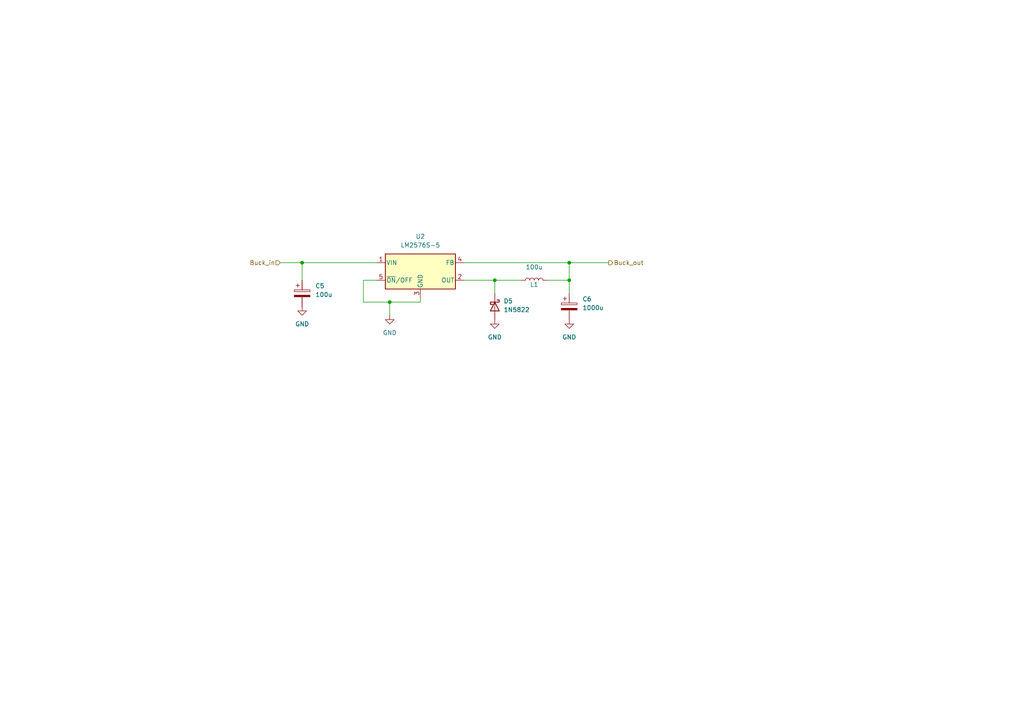
<source format=kicad_sch>
(kicad_sch (version 20211123) (generator eeschema)
  (paper "A4")
  (lib_symbols
    (symbol "Device:C_Polarized" (pin_numbers hide) (pin_names (offset 0.254))
      (property "Reference" "C" (at 0.635 2.54 0))
      (property "Value" "C_Polarized" (at 0.635 -2.54 0))
      (symbol "C_Polarized_0_1"
        (rectangle (start -2.286 0.508) (end 2.286 1.016))
        (polyline (pts (xy -1.778 2.286) (xy -0.762 2.286)))
        (polyline (pts (xy -1.27 2.794) (xy -1.27 1.778)))
        (rectangle (start 2.286 -0.508) (end -2.286 -1.016) (fill (type outline)))
      )
      (symbol "C_Polarized_1_1"
        (pin passive line (at 0 3.81 270) (length 2.794) (name "~") (number "1"))
        (pin passive line (at 0 -3.81 90) (length 2.794) (name "~") (number "2"))
      )
    )
    (symbol "Device:L" (pin_numbers hide) (pin_names (offset 1.016) hide)
      (property "Reference" "L" (at -1.27 0 90))
      (property "Value" "L" (at 1.905 0 90))
      (symbol "L_0_1"
        (arc (start 0 -2.54) (mid 0.635 -1.905) (end 0 -1.27))
        (arc (start 0 -1.27) (mid 0.635 -0.635) (end 0 0))
        (arc (start 0 0) (mid 0.635 0.635) (end 0 1.27))
        (arc (start 0 1.27) (mid 0.635 1.905) (end 0 2.54))
      )
      (symbol "L_1_1"
        (pin passive line (at 0 3.81 270) (length 1.27) (name "1") (number "1"))
        (pin passive line (at 0 -3.81 90) (length 1.27) (name "2") (number "2"))
      )
    )
    (symbol "Diode:1N5822" (pin_numbers hide) (pin_names (offset 1.016) hide)
      (property "Reference" "D" (at 0 2.54 0))
      (property "Value" "1N5822" (at 0 -2.54 0))
      (symbol "1N5822_0_1"
        (polyline (pts (xy 1.27 0) (xy -1.27 0)))
        (polyline (pts (xy 1.27 1.27) (xy 1.27 -1.27) (xy -1.27 0) (xy 1.27 1.27)) (stroke (width 0.254)))
        (polyline (pts (xy -1.905 0.635) (xy -1.905 1.27) (xy -1.27 1.27) (xy -1.27 -1.27) (xy -0.635 -1.27) (xy -0.635 -0.635)) (stroke (width 0.254)))
      )
      (symbol "1N5822_1_1"
        (pin passive line (at -3.81 0 0) (length 2.54) (name "K") (number "1"))
        (pin passive line (at 3.81 0 180) (length 2.54) (name "A") (number "2"))
      )
    )
    (symbol "Regulator_Switching:LM2576S-5" (pin_names (offset 0.254))
      (property "Reference" "U" (at -10.16 6.35 0))
      (property "Value" "LM2576S-5" (at 0 6.35 0))
      (symbol "LM2576S-5_0_1"
        (rectangle (start -10.16 5.08) (end 10.16 -5.08) (stroke (width 0.254)) (fill (type background)))
      )
      (symbol "LM2576S-5_1_1"
        (pin power_in line (at -12.7 2.54 0) (length 2.54) (name "VIN") (number "1"))
        (pin output line (at 12.7 -2.54 180) (length 2.54) (name "OUT") (number "2"))
        (pin power_in line (at 0 -7.62 90) (length 2.54) (name "GND") (number "3"))
        (pin input line (at 12.7 2.54 180) (length 2.54) (name "FB") (number "4"))
        (pin input line (at -12.7 -2.54 0) (length 2.54) (name "~{ON}/OFF") (number "5"))
      )
    )
    (symbol "power:GND" (power) (pin_names (offset 0))
      (property "Value" "GND" (at 0 -3.81 0))
      (symbol "GND_0_1"
        (polyline (pts (xy 0 0) (xy 0 -1.27) (xy 1.27 -1.27) (xy 0 -2.54) (xy -1.27 -1.27) (xy 0 -1.27)))
      )
      (symbol "GND_1_1"
        (pin power_in line (at 0 0 270) (length 0) hide (name "GND") (number "1"))
      )
    )
  )
  (junction (at 165.1 76.2))
  (junction (at 165.1 81.28))
  (junction (at 113.03 87.63))
  (junction (at 87.63 76.2))
  (junction (at 143.51 81.28))
  (wire (pts (xy 109.22 81.28) (xy 105.41 81.28)))
  (wire (pts (xy 134.62 76.2) (xy 165.1 76.2)))
  (wire (pts (xy 121.92 87.63) (xy 121.92 86.36)))
  (wire (pts (xy 143.51 81.28) (xy 151.13 81.28)))
  (wire (pts (xy 87.63 81.28) (xy 87.63 76.2)))
  (wire (pts (xy 105.41 81.28) (xy 105.41 87.63)))
  (wire (pts (xy 113.03 87.63) (xy 113.03 91.44)))
  (wire (pts (xy 87.63 76.2) (xy 109.22 76.2)))
  (wire (pts (xy 143.51 81.28) (xy 143.51 85.09)))
  (wire (pts (xy 165.1 76.2) (xy 165.1 81.28)))
  (wire (pts (xy 165.1 81.28) (xy 165.1 85.09)))
  (wire (pts (xy 105.41 87.63) (xy 113.03 87.63)))
  (wire (pts (xy 165.1 81.28) (xy 158.75 81.28)))
  (wire (pts (xy 81.28 76.2) (xy 87.63 76.2)))
  (wire (pts (xy 134.62 81.28) (xy 143.51 81.28)))
  (wire (pts (xy 165.1 76.2) (xy 176.53 76.2)))
  (wire (pts (xy 113.03 87.63) (xy 121.92 87.63)))
  (hierarchical_label "Buck_out" (shape output) (at 176.53 76.2 0))
  (hierarchical_label "Buck_in" (shape input) (at 81.28 76.2 180))
  (symbol (lib_id "power:GND") (at 113.03 91.44 0) (unit 1)
    (property "Reference" "#PWR018" (effects hide))
    (property "Value" "GND" (at 113.03 96.52 0))
  )
  (symbol (lib_id "power:GND") (at 165.1 92.71 0) (unit 1)
    (property "Reference" "#PWR020" (effects hide))
    (property "Value" "GND" (at 165.1 97.79 0))
  )
  (symbol (lib_id "Diode:1N5822") (at 143.51 88.9 270) (unit 1)
    (property "Reference" "D5" (at 146.05 87.3124 90) (effects (justify left)))
    (property "Value" "1N5822" (at 146.05 89.8524 90) (effects (justify left)))
    (property "Footprint" "Diode_THT:D_DO-201AD_P15.24mm_Horizontal" (effects hide))
    (property "Datasheet" "http://www.vishay.com/docs/88526/1n5820.pdf" (effects hide))
  )
  (symbol (lib_id "Device:L") (at 154.94 81.28 90) (unit 1)
    (property "Reference" "L1" (at 154.94 82.55 90))
    (property "Value" "100u" (at 154.94 77.47 90))
    (property "Footprint" "Inductor_SMD:L_0603_1608Metric_Pad1.05x0.95mm_HandSolder" (effects hide))
  )
  (symbol (lib_id "Device:C_Polarized") (at 87.63 85.09 0) (unit 1)
    (property "Reference" "C5" (at 91.44 82.9309 0) (effects (justify left)))
    (property "Value" "100u" (at 91.44 85.4709 0) (effects (justify left)))
    (property "Footprint" "Capacitor_SMD:C_0603_1608Metric_Pad1.08x0.95mm_HandSolder" (effects hide))
  )
  (symbol (lib_id "Regulator_Switching:LM2576S-5") (at 121.92 78.74 0) (unit 1)
    (property "Reference" "U2" (at 121.92 68.58 0))
    (property "Value" "LM2576S-5" (at 121.92 71.12 0))
    (property "Footprint" "Package_TO_SOT_SMD:TO-263-5_TabPin3" (effects hide))
    (property "Datasheet" "http://www.ti.com/lit/ds/symlink/lm2576.pdf" (effects hide))
  )
  (symbol (lib_id "Device:C_Polarized") (at 165.1 88.9 0) (unit 1)
    (property "Reference" "C6" (at 168.91 86.7409 0) (effects (justify left)))
    (property "Value" "1000u" (at 168.91 89.2809 0) (effects (justify left)))
    (property "Footprint" "Capacitor_SMD:C_0603_1608Metric_Pad1.08x0.95mm_HandSolder" (effects hide))
  )
  (symbol (lib_id "power:GND") (at 143.51 92.71 0) (unit 1)
    (property "Reference" "#PWR019" (effects hide))
    (property "Value" "GND" (at 143.51 97.79 0))
  )
  (symbol (lib_id "power:GND") (at 87.63 88.9 0) (unit 1)
    (property "Reference" "#PWR017" (effects hide))
    (property "Value" "GND" (at 87.63 93.98 0))
  )
)
</source>
